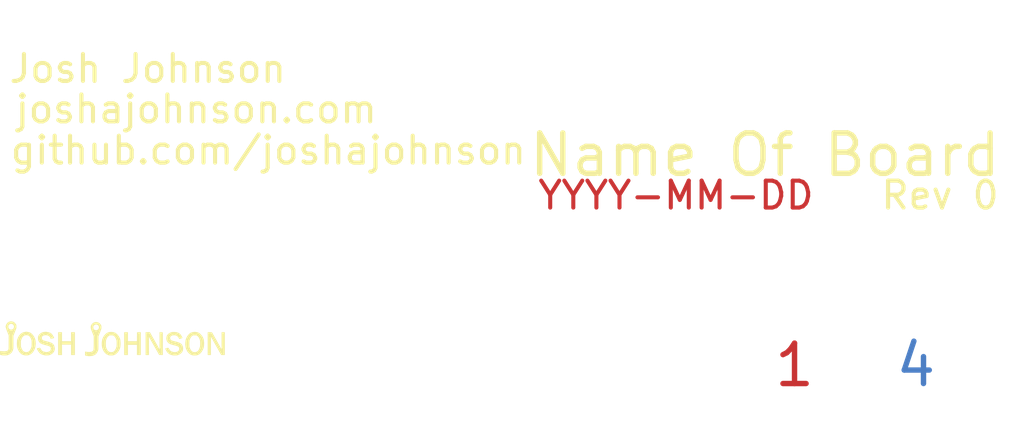
<source format=kicad_pcb>
(kicad_pcb (version 20171130) (host pcbnew 5.1.5-52549c5~84~ubuntu19.10.1)

  (general
    (thickness 1.6)
    (drawings 0)
    (tracks 0)
    (zones 0)
    (modules 5)
    (nets 1)
  )

  (page A4)
  (title_block
    (title DESIGN_TITLE)
    (rev VER_NO)
    (company "Josh Johnson")
  )

  (layers
    (0 F.Cu signal)
    (31 B.Cu signal)
    (32 B.Adhes user)
    (33 F.Adhes user)
    (34 B.Paste user)
    (35 F.Paste user)
    (36 B.SilkS user)
    (37 F.SilkS user)
    (38 B.Mask user)
    (39 F.Mask user)
    (40 Dwgs.User user)
    (41 Cmts.User user)
    (42 Eco1.User user)
    (43 Eco2.User user)
    (44 Edge.Cuts user)
    (45 Margin user)
    (46 B.CrtYd user)
    (47 F.CrtYd user)
    (48 B.Fab user)
    (49 F.Fab user)
  )

  (setup
    (last_trace_width 0.25)
    (user_trace_width 0.2)
    (user_trace_width 0.3)
    (user_trace_width 0.4)
    (trace_clearance 0.2)
    (zone_clearance 0.508)
    (zone_45_only no)
    (trace_min 0.15)
    (via_size 0.5)
    (via_drill 0.25)
    (via_min_size 0.5)
    (via_min_drill 0.25)
    (user_via 0.6 0.3)
    (uvia_size 0.3)
    (uvia_drill 0.1)
    (uvias_allowed no)
    (uvia_min_size 0.2)
    (uvia_min_drill 0.1)
    (edge_width 0.1)
    (segment_width 0.2)
    (pcb_text_width 0.3)
    (pcb_text_size 1.5 1.5)
    (mod_edge_width 0.15)
    (mod_text_size 1 1)
    (mod_text_width 0.15)
    (pad_size 1.524 1.524)
    (pad_drill 0.762)
    (pad_to_mask_clearance 0)
    (aux_axis_origin 0 0)
    (visible_elements 7FFFFFFF)
    (pcbplotparams
      (layerselection 0x010fc_ffffffff)
      (usegerberextensions false)
      (usegerberattributes false)
      (usegerberadvancedattributes false)
      (creategerberjobfile false)
      (excludeedgelayer true)
      (linewidth 0.100000)
      (plotframeref false)
      (viasonmask false)
      (mode 1)
      (useauxorigin false)
      (hpglpennumber 1)
      (hpglpenspeed 20)
      (hpglpendiameter 15.000000)
      (psnegative false)
      (psa4output false)
      (plotreference true)
      (plotvalue true)
      (plotinvisibletext false)
      (padsonsilk false)
      (subtractmaskfromsilk false)
      (outputformat 1)
      (mirror false)
      (drillshape 1)
      (scaleselection 1)
      (outputdirectory ""))
  )

  (net 0 "")

  (net_class Default "This is the default net class."
    (clearance 0.2)
    (trace_width 0.25)
    (via_dia 0.5)
    (via_drill 0.25)
    (uvia_dia 0.3)
    (uvia_drill 0.1)
  )

  (module josh-logos:4-layer-check (layer F.Cu) (tedit 5C2839ED) (tstamp 5E204DA3)
    (at 170.9 194.9)
    (path /5E2051A0)
    (fp_text reference LOGO5 (at 0 -2.4) (layer F.Fab)
      (effects (font (size 1 1) (thickness 0.15)))
    )
    (fp_text value 4-Layer-Check (at 0 2.1) (layer F.Fab)
      (effects (font (size 1 1) (thickness 0.15)))
    )
    (fp_poly (pts (xy -3.25 -1.25) (xy 2.75 -1.25) (xy 2.75 1) (xy -3.25 1)) (layer B.Mask) (width 0.15))
    (fp_poly (pts (xy -3.25 -1.25) (xy 2.75 -1.25) (xy 2.75 1) (xy -3.25 1)) (layer F.Mask) (width 0.15))
    (fp_text user 4 (at 2 0) (layer B.Cu)
      (effects (font (size 1.5 1.5) (thickness 0.2)))
    )
    (fp_text user 3 (at 0.5 0) (layer In2.Cu)
      (effects (font (size 1.5 1.5) (thickness 0.2)))
    )
    (fp_text user 2 (at -1 0) (layer In1.Cu)
      (effects (font (size 1.5 1.5) (thickness 0.2)))
    )
    (fp_text user 1 (at -2.5 0) (layer F.Cu)
      (effects (font (size 1.5 1.5) (thickness 0.2)))
    )
  )

  (module josh-logos:josh-johnson-logo-8_6x1_5 (layer F.Cu) (tedit 0) (tstamp 5E204FDB)
    (at 143.1 193.9)
    (path /5E2057DD)
    (fp_text reference LOGO4 (at -0.1 -2.4) (layer F.SilkS) hide
      (effects (font (size 1.524 1.524) (thickness 0.3)))
    )
    (fp_text value Josh-Logo (at 0 2.4) (layer F.SilkS) hide
      (effects (font (size 1.524 1.524) (thickness 0.3)))
    )
    (fp_poly (pts (xy 3.605212 -0.214515) (xy 3.679825 -0.212725) (xy 3.862387 0.110848) (xy 4.04495 0.434421)
      (xy 4.04495 -0.2159) (xy 4.1529 -0.2159) (xy 4.1529 0.6223) (xy 4.090987 0.622025)
      (xy 4.029075 0.621751) (xy 3.641725 -0.065895) (xy 3.640082 0.278202) (xy 3.63844 0.6223)
      (xy 3.5306 0.6223) (xy 3.5306 -0.216304) (xy 3.605212 -0.214515)) (layer F.SilkS) (width 0.01))
    (fp_poly (pts (xy 1.795295 -0.214563) (xy 1.851025 -0.212725) (xy 1.854291 0.622745) (xy 1.790377 0.620935)
      (xy 1.726464 0.619125) (xy 1.535891 0.282575) (xy 1.501847 0.222455) (xy 1.469611 0.165533)
      (xy 1.439736 0.112784) (xy 1.412775 0.065184) (xy 1.389282 0.02371) (xy 1.369808 -0.010661)
      (xy 1.354908 -0.036954) (xy 1.345133 -0.054193) (xy 1.341039 -0.0614) (xy 1.340997 -0.061473)
      (xy 1.340221 -0.05675) (xy 1.339559 -0.040446) (xy 1.339019 -0.01368) (xy 1.338609 0.022427)
      (xy 1.338336 0.066757) (xy 1.338209 0.118191) (xy 1.338235 0.17561) (xy 1.338422 0.237894)
      (xy 1.338612 0.276664) (xy 1.34055 0.6223) (xy 1.22555 0.6223) (xy 1.22555 -0.2159)
      (xy 1.375485 -0.2159) (xy 1.516099 0.033337) (xy 1.547052 0.088208) (xy 1.577668 0.142498)
      (xy 1.607044 0.194602) (xy 1.634275 0.242913) (xy 1.658455 0.285827) (xy 1.678681 0.32174)
      (xy 1.694047 0.349045) (xy 1.699894 0.359447) (xy 1.743075 0.436319) (xy 1.74132 0.109959)
      (xy 1.739565 -0.2164) (xy 1.795295 -0.214563)) (layer F.SilkS) (width 0.01))
    (fp_poly (pts (xy 1.03505 0.6223) (xy 0.9017 0.6223) (xy 0.9017 0.2413) (xy 0.5588 0.2413)
      (xy 0.5588 0.6223) (xy 0.4318 0.6223) (xy 0.4318 -0.2159) (xy 0.5588 -0.2159)
      (xy 0.5588 0.12065) (xy 0.901489 0.12065) (xy 0.903182 -0.046038) (xy 0.904875 -0.212725)
      (xy 0.969962 -0.214535) (xy 1.03505 -0.216345) (xy 1.03505 0.6223)) (layer F.SilkS) (width 0.01))
    (fp_poly (pts (xy -1.88595 0.12065) (xy -1.54305 0.12065) (xy -1.54305 -0.2159) (xy -1.4097 -0.2159)
      (xy -1.4097 0.6223) (xy -1.54305 0.6223) (xy -1.54305 0.23495) (xy -1.88595 0.23495)
      (xy -1.88595 0.6223) (xy -2.0193 0.6223) (xy -2.0193 -0.2159) (xy -1.88595 -0.2159)
      (xy -1.88595 0.12065)) (layer F.SilkS) (width 0.01))
    (fp_poly (pts (xy 3.076723 -0.226373) (xy 3.111997 -0.220532) (xy 3.14715 -0.211973) (xy 3.178116 -0.201699)
      (xy 3.20083 -0.190715) (xy 3.202365 -0.189703) (xy 3.240179 -0.159279) (xy 3.277586 -0.121009)
      (xy 3.310662 -0.079249) (xy 3.331006 -0.046917) (xy 3.352844 -0.002803) (xy 3.368513 0.039871)
      (xy 3.378808 0.084552) (xy 3.384522 0.134684) (xy 3.38645 0.193675) (xy 3.385483 0.250011)
      (xy 3.381506 0.29737) (xy 3.373773 0.339272) (xy 3.361541 0.379234) (xy 3.344064 0.420777)
      (xy 3.333991 0.441522) (xy 3.3019 0.496269) (xy 3.264816 0.543471) (xy 3.224281 0.581457)
      (xy 3.181834 0.608557) (xy 3.178175 0.610311) (xy 3.138298 0.625101) (xy 3.094011 0.635272)
      (xy 3.049882 0.640129) (xy 3.010483 0.638976) (xy 3.000375 0.637375) (xy 2.959391 0.628933)
      (xy 2.928026 0.621103) (xy 2.903357 0.612505) (xy 2.882458 0.601757) (xy 2.862406 0.587477)
      (xy 2.840278 0.568284) (xy 2.826015 0.554994) (xy 2.803342 0.532338) (xy 2.785596 0.510904)
      (xy 2.769812 0.48656) (xy 2.753025 0.455172) (xy 2.749829 0.44878) (xy 2.728221 0.400458)
      (xy 2.713014 0.353992) (xy 2.703393 0.305597) (xy 2.69854 0.251492) (xy 2.69754 0.206375)
      (xy 2.835534 0.206375) (xy 2.836172 0.254843) (xy 2.838745 0.29398) (xy 2.843959 0.327093)
      (xy 2.852519 0.357491) (xy 2.865128 0.388482) (xy 2.881251 0.421011) (xy 2.909809 0.464396)
      (xy 2.94389 0.496483) (xy 2.983015 0.517061) (xy 3.026706 0.525919) (xy 3.074484 0.522848)
      (xy 3.099234 0.516927) (xy 3.136903 0.499312) (xy 3.170208 0.470085) (xy 3.198721 0.429709)
      (xy 3.218446 0.388051) (xy 3.232461 0.349077) (xy 3.242025 0.312955) (xy 3.247847 0.275532)
      (xy 3.250635 0.232656) (xy 3.251163 0.196428) (xy 3.249716 0.143247) (xy 3.244869 0.098859)
      (xy 3.235956 0.059654) (xy 3.222313 0.022022) (xy 3.216748 0.009525) (xy 3.196525 -0.029199)
      (xy 3.175456 -0.058316) (xy 3.151072 -0.080816) (xy 3.131468 -0.093788) (xy 3.115549 -0.102316)
      (xy 3.100729 -0.107496) (xy 3.082979 -0.110132) (xy 3.058267 -0.111029) (xy 3.044825 -0.11108)
      (xy 3.014107 -0.11042) (xy 2.992191 -0.10807) (xy 2.975224 -0.103389) (xy 2.962275 -0.097349)
      (xy 2.927198 -0.072135) (xy 2.897308 -0.036689) (xy 2.877749 -0.002844) (xy 2.861947 0.03099)
      (xy 2.850543 0.061608) (xy 2.842869 0.092325) (xy 2.838256 0.126452) (xy 2.836036 0.167301)
      (xy 2.835534 0.206375) (xy 2.69754 0.206375) (xy 2.699625 0.143491) (xy 2.706583 0.08884)
      (xy 2.719221 0.038624) (xy 2.738346 -0.010957) (xy 2.748136 -0.03175) (xy 2.777564 -0.082015)
      (xy 2.813474 -0.127948) (xy 2.853323 -0.166667) (xy 2.890116 -0.192766) (xy 2.922473 -0.207235)
      (xy 2.96288 -0.218698) (xy 3.006841 -0.22612) (xy 3.045396 -0.22849) (xy 3.076723 -0.226373)) (layer F.SilkS) (width 0.01))
    (fp_poly (pts (xy 2.300787 -0.226392) (xy 2.359555 -0.218333) (xy 2.412868 -0.202909) (xy 2.458782 -0.180691)
      (xy 2.495354 -0.152251) (xy 2.496949 -0.150628) (xy 2.511496 -0.133446) (xy 2.528136 -0.11048)
      (xy 2.545061 -0.08467) (xy 2.560462 -0.058951) (xy 2.57253 -0.036264) (xy 2.579456 -0.019545)
      (xy 2.580388 -0.015109) (xy 2.577518 -0.00889) (xy 2.566664 -0.002545) (xy 2.546114 0.004743)
      (xy 2.5273 0.010219) (xy 2.502754 0.016933) (xy 2.483118 0.022115) (xy 2.471408 0.024979)
      (xy 2.469567 0.025301) (xy 2.465625 0.019898) (xy 2.460188 0.006211) (xy 2.458081 -0.000395)
      (xy 2.442948 -0.031284) (xy 2.417713 -0.060566) (xy 2.384936 -0.085596) (xy 2.365375 -0.096237)
      (xy 2.324685 -0.110037) (xy 2.281499 -0.115208) (xy 2.238612 -0.112152) (xy 2.198817 -0.101269)
      (xy 2.164908 -0.08296) (xy 2.145048 -0.064628) (xy 2.128173 -0.03549) (xy 2.123377 -0.003481)
      (xy 2.13088 0.029729) (xy 2.132251 0.03291) (xy 2.14032 0.049386) (xy 2.149184 0.06286)
      (xy 2.160419 0.074107) (xy 2.175601 0.083906) (xy 2.196306 0.093033) (xy 2.224112 0.102264)
      (xy 2.260594 0.112378) (xy 2.30733 0.124149) (xy 2.327275 0.129017) (xy 2.392274 0.146219)
      (xy 2.445764 0.163673) (xy 2.48893 0.182007) (xy 2.522956 0.201848) (xy 2.549029 0.223822)
      (xy 2.568332 0.248555) (xy 2.574675 0.259858) (xy 2.597155 0.31615) (xy 2.607445 0.371169)
      (xy 2.605863 0.423926) (xy 2.592727 0.473431) (xy 2.568356 0.518697) (xy 2.533067 0.558732)
      (xy 2.487178 0.592549) (xy 2.463658 0.605228) (xy 2.407779 0.627068) (xy 2.35028 0.638328)
      (xy 2.288923 0.639267) (xy 2.231137 0.631975) (xy 2.177524 0.620194) (xy 2.13386 0.605572)
      (xy 2.097486 0.586814) (xy 2.065743 0.562619) (xy 2.043659 0.540437) (xy 2.027077 0.520159)
      (xy 2.009801 0.495763) (xy 1.993034 0.469415) (xy 1.977978 0.443281) (xy 1.965836 0.419528)
      (xy 1.957812 0.400322) (xy 1.955108 0.387829) (xy 1.95694 0.384268) (xy 1.969917 0.380479)
      (xy 1.990026 0.375515) (xy 2.013099 0.370296) (xy 2.034966 0.36574) (xy 2.05146 0.362767)
      (xy 2.0574 0.362119) (xy 2.065042 0.367312) (xy 2.075957 0.380951) (xy 2.087795 0.400095)
      (xy 2.087905 0.400294) (xy 2.111736 0.439499) (xy 2.135706 0.468451) (xy 2.162758 0.489284)
      (xy 2.195834 0.504132) (xy 2.237876 0.515129) (xy 2.249335 0.517378) (xy 2.305891 0.523388)
      (xy 2.356387 0.519267) (xy 2.400124 0.505153) (xy 2.436399 0.481185) (xy 2.437415 0.480269)
      (xy 2.457978 0.454809) (xy 2.469113 0.423429) (xy 2.47184 0.393531) (xy 2.470029 0.367467)
      (xy 2.463266 0.345517) (xy 2.45036 0.32682) (xy 2.430119 0.310516) (xy 2.401354 0.295744)
      (xy 2.362873 0.281643) (xy 2.313485 0.267355) (xy 2.288114 0.260817) (xy 2.233174 0.24668)
      (xy 2.188916 0.234313) (xy 2.153572 0.222985) (xy 2.125373 0.211965) (xy 2.10255 0.200522)
      (xy 2.083335 0.187925) (xy 2.065959 0.173443) (xy 2.057744 0.165599) (xy 2.026229 0.128218)
      (xy 2.005908 0.088336) (xy 1.995671 0.043252) (xy 1.9939 0.010112) (xy 1.998466 -0.042839)
      (xy 2.012601 -0.088498) (xy 2.036959 -0.127865) (xy 2.072196 -0.16194) (xy 2.118966 -0.191723)
      (xy 2.129623 -0.197184) (xy 2.157681 -0.210348) (xy 2.18041 -0.218551) (xy 2.203411 -0.223299)
      (xy 2.232283 -0.226103) (xy 2.238509 -0.226516) (xy 2.300787 -0.226392)) (layer F.SilkS) (width 0.01))
    (fp_poly (pts (xy -0.003004 -0.223476) (xy 0.049677 -0.211797) (xy 0.096495 -0.192385) (xy 0.0966 -0.192327)
      (xy 0.123353 -0.173925) (xy 0.153095 -0.147215) (xy 0.183059 -0.115208) (xy 0.210476 -0.080917)
      (xy 0.232577 -0.047351) (xy 0.236628 -0.040029) (xy 0.257301 0.003735) (xy 0.271996 0.047136)
      (xy 0.281443 0.093522) (xy 0.286373 0.146245) (xy 0.28755 0.193675) (xy 0.286449 0.250306)
      (xy 0.282287 0.298024) (xy 0.27433 0.340401) (xy 0.261842 0.381009) (xy 0.244088 0.423421)
      (xy 0.237348 0.437599) (xy 0.217313 0.475384) (xy 0.196405 0.506513) (xy 0.170684 0.536656)
      (xy 0.16261 0.545146) (xy 0.127556 0.578278) (xy 0.094366 0.602092) (xy 0.05933 0.618681)
      (xy 0.01874 0.630141) (xy 0.008335 0.632251) (xy -0.026477 0.63802) (xy -0.055735 0.640248)
      (xy -0.084857 0.638929) (xy -0.119261 0.634056) (xy -0.130369 0.632092) (xy -0.169909 0.622529)
      (xy -0.203916 0.6083) (xy -0.236184 0.587345) (xy -0.270507 0.557605) (xy -0.274328 0.553944)
      (xy -0.297588 0.52985) (xy -0.316399 0.50587) (xy -0.333811 0.477706) (xy -0.349164 0.44852)
      (xy -0.369805 0.403666) (xy -0.384557 0.361721) (xy -0.394214 0.319002) (xy -0.399573 0.271822)
      (xy -0.401431 0.216497) (xy -0.401456 0.206375) (xy -0.263363 0.206375) (xy -0.262636 0.254972)
      (xy -0.259983 0.294231) (xy -0.254699 0.327453) (xy -0.246081 0.35794) (xy -0.233423 0.388995)
      (xy -0.217549 0.421011) (xy -0.188991 0.464396) (xy -0.15491 0.496483) (xy -0.115785 0.517061)
      (xy -0.072094 0.525919) (xy -0.024316 0.522848) (xy 0.000434 0.516927) (xy 0.036886 0.499737)
      (xy 0.0697 0.471114) (xy 0.098253 0.431959) (xy 0.121924 0.383177) (xy 0.140089 0.325671)
      (xy 0.143995 0.308644) (xy 0.14883 0.275424) (xy 0.151321 0.235024) (xy 0.151591 0.190874)
      (xy 0.149761 0.146408) (xy 0.145953 0.105056) (xy 0.14029 0.070251) (xy 0.134805 0.050246)
      (xy 0.113417 -0.000965) (xy 0.089669 -0.041166) (xy 0.062404 -0.071987) (xy 0.032737 -0.093747)
      (xy 0.016794 -0.102293) (xy 0.001976 -0.107485) (xy -0.015752 -0.110128) (xy -0.040421 -0.111028)
      (xy -0.053975 -0.11108) (xy -0.084693 -0.11042) (xy -0.106609 -0.10807) (xy -0.123576 -0.103389)
      (xy -0.136525 -0.097349) (xy -0.172983 -0.071081) (xy -0.203462 -0.034482) (xy -0.221726 -0.002108)
      (xy -0.237381 0.032149) (xy -0.248646 0.062554) (xy -0.256199 0.092494) (xy -0.260717 0.125361)
      (xy -0.262876 0.164544) (xy -0.263363 0.206375) (xy -0.401456 0.206375) (xy -0.399796 0.147756)
      (xy -0.394421 0.097793) (xy -0.384545 0.052786) (xy -0.36938 0.009032) (xy -0.350849 -0.03175)
      (xy -0.321412 -0.08183) (xy -0.285579 -0.12764) (xy -0.245898 -0.166294) (xy -0.208684 -0.192766)
      (xy -0.164389 -0.212066) (xy -0.113221 -0.223615) (xy -0.058365 -0.227416) (xy -0.003004 -0.223476)) (layer F.SilkS) (width 0.01))
    (fp_poly (pts (xy -2.448047 -0.228144) (xy -2.430303 -0.225497) (xy -2.377349 -0.214237) (xy -2.334623 -0.200087)
      (xy -2.299747 -0.181699) (xy -2.270341 -0.157723) (xy -2.244029 -0.126813) (xy -2.235904 -0.115281)
      (xy -2.22235 -0.094193) (xy -2.208553 -0.070924) (xy -2.195942 -0.04814) (xy -2.185947 -0.028509)
      (xy -2.179999 -0.014699) (xy -2.179211 -0.009511) (xy -2.18581 -0.007117) (xy -2.2019 -0.002257)
      (xy -2.224703 0.004247) (xy -2.239954 0.00846) (xy -2.298683 0.024506) (xy -2.302618 0.00749)
      (xy -2.317762 -0.031122) (xy -2.34316 -0.06375) (xy -2.377405 -0.089438) (xy -2.419089 -0.10723)
      (xy -2.466803 -0.116171) (xy -2.486025 -0.117046) (xy -2.533397 -0.113215) (xy -2.573339 -0.101264)
      (xy -2.604867 -0.081794) (xy -2.626998 -0.055404) (xy -2.638509 -0.024012) (xy -2.638417 0.007622)
      (xy -2.627684 0.039813) (xy -2.612292 0.063213) (xy -2.603903 0.071732) (xy -2.593097 0.079298)
      (xy -2.578196 0.086522) (xy -2.557523 0.094017) (xy -2.529399 0.102393) (xy -2.492147 0.112263)
      (xy -2.446404 0.12367) (xy -2.380527 0.140962) (xy -2.326042 0.15816) (xy -2.281683 0.176202)
      (xy -2.246184 0.196028) (xy -2.21828 0.218575) (xy -2.196705 0.244782) (xy -2.180192 0.275589)
      (xy -2.167476 0.311934) (xy -2.161577 0.334905) (xy -2.155118 0.388585) (xy -2.160771 0.439774)
      (xy -2.178044 0.487512) (xy -2.20644 0.530837) (xy -2.245465 0.568787) (xy -2.294625 0.600401)
      (xy -2.299404 0.60284) (xy -2.321788 0.613531) (xy -2.341511 0.621291) (xy -2.361848 0.626895)
      (xy -2.386075 0.631119) (xy -2.417467 0.634739) (xy -2.44475 0.637267) (xy -2.461659 0.637186)
      (xy -2.486277 0.635195) (xy -2.513827 0.631706) (xy -2.519253 0.630867) (xy -2.580149 0.618455)
      (xy -2.630472 0.602054) (xy -2.671931 0.580897) (xy -2.706239 0.554218) (xy -2.718627 0.541513)
      (xy -2.736409 0.51909) (xy -2.756653 0.489357) (xy -2.77669 0.456624) (xy -2.793847 0.425196)
      (xy -2.803154 0.405226) (xy -2.812875 0.381827) (xy -2.76375 0.371349) (xy -2.739272 0.366239)
      (xy -2.718981 0.362205) (xy -2.706613 0.359985) (xy -2.705417 0.359823) (xy -2.69786 0.364637)
      (xy -2.686634 0.37882) (xy -2.67341 0.400219) (xy -2.671799 0.403115) (xy -2.650052 0.439286)
      (xy -2.628814 0.465673) (xy -2.604953 0.484661) (xy -2.575339 0.498634) (xy -2.536841 0.509976)
      (xy -2.529023 0.511853) (xy -2.478233 0.519647) (xy -2.430282 0.51913) (xy -2.386957 0.510762)
      (xy -2.350046 0.495002) (xy -2.321338 0.472312) (xy -2.308517 0.455095) (xy -2.296054 0.424842)
      (xy -2.2913 0.392323) (xy -2.294258 0.361362) (xy -2.304928 0.335783) (xy -2.308494 0.331039)
      (xy -2.320849 0.317908) (xy -2.334978 0.306693) (xy -2.352692 0.296621) (xy -2.375797 0.286923)
      (xy -2.406103 0.276828) (xy -2.445418 0.265566) (xy -2.489411 0.253945) (xy -2.529553 0.243241)
      (xy -2.567805 0.23241) (xy -2.601562 0.222238) (xy -2.628215 0.213512) (xy -2.645158 0.207016)
      (xy -2.645235 0.206981) (xy -2.688004 0.180731) (xy -2.722771 0.145668) (xy -2.748687 0.103472)
      (xy -2.764901 0.055827) (xy -2.770561 0.004413) (xy -2.767509 -0.034731) (xy -2.759768 -0.0705)
      (xy -2.747763 -0.099523) (xy -2.728989 -0.126838) (xy -2.712268 -0.145744) (xy -2.671587 -0.180021)
      (xy -2.622846 -0.20596) (xy -2.568024 -0.222999) (xy -2.509098 -0.230581) (xy -2.448047 -0.228144)) (layer F.SilkS) (width 0.01))
    (fp_poly (pts (xy -3.180566 -0.230517) (xy -3.162336 -0.228094) (xy -3.118043 -0.219771) (xy -3.082371 -0.208577)
      (xy -3.051275 -0.192554) (xy -3.020708 -0.169747) (xy -2.996711 -0.147982) (xy -2.948463 -0.093671)
      (xy -2.911162 -0.033257) (xy -2.884644 0.033612) (xy -2.868748 0.10729) (xy -2.86551 0.136525)
      (xy -2.86279 0.216336) (xy -2.869152 0.289425) (xy -2.885051 0.35839) (xy -2.91094 0.425829)
      (xy -2.919146 0.442994) (xy -2.953475 0.50125) (xy -2.993407 0.549544) (xy -3.038217 0.587259)
      (xy -3.087176 0.61378) (xy -3.137572 0.628164) (xy -3.171826 0.633557) (xy -3.197721 0.636463)
      (xy -3.219312 0.637084) (xy -3.240654 0.63562) (xy -3.254128 0.633949) (xy -3.313194 0.621302)
      (xy -3.364666 0.600104) (xy -3.409593 0.569526) (xy -3.449026 0.528742) (xy -3.484014 0.476926)
      (xy -3.505324 0.435979) (xy -3.522655 0.397273) (xy -3.535269 0.363024) (xy -3.543862 0.329799)
      (xy -3.549131 0.294161) (xy -3.55177 0.252676) (xy -3.552477 0.2032) (xy -3.552393 0.197384)
      (xy -3.415533 0.197384) (xy -3.414821 0.2286) (xy -3.413476 0.265938) (xy -3.411757 0.293795)
      (xy -3.409146 0.315387) (xy -3.405126 0.333931) (xy -3.39918 0.352644) (xy -3.391696 0.372438)
      (xy -3.370373 0.418476) (xy -3.345762 0.457262) (xy -3.319406 0.486515) (xy -3.309099 0.494766)
      (xy -3.27451 0.512292) (xy -3.233834 0.521551) (xy -3.190867 0.522256) (xy -3.149404 0.514115)
      (xy -3.133725 0.508155) (xy -3.100407 0.486636) (xy -3.070254 0.453418) (xy -3.043918 0.409251)
      (xy -3.039567 0.40005) (xy -3.024338 0.364018) (xy -3.013554 0.331023) (xy -3.006529 0.297449)
      (xy -3.002572 0.259677) (xy -3.000995 0.214092) (xy -3.000881 0.19685) (xy -3.001639 0.148149)
      (xy -3.00458 0.10866) (xy -3.010405 0.074983) (xy -3.019819 0.043715) (xy -3.033523 0.011456)
      (xy -3.043245 -0.008138) (xy -3.0696 -0.051161) (xy -3.099092 -0.08254) (xy -3.133258 -0.10323)
      (xy -3.173638 -0.114186) (xy -3.217798 -0.116486) (xy -3.262819 -0.109751) (xy -3.302351 -0.09183)
      (xy -3.33659 -0.062564) (xy -3.365735 -0.021796) (xy -3.384373 0.016431) (xy -3.397333 0.05041)
      (xy -3.40647 0.082297) (xy -3.412244 0.11529) (xy -3.415111 0.152586) (xy -3.415533 0.197384)
      (xy -3.552393 0.197384) (xy -3.551743 0.152622) (xy -3.549073 0.111301) (xy -3.543763 0.075853)
      (xy -3.535112 0.042894) (xy -3.522416 0.009042) (xy -3.504972 -0.029088) (xy -3.503679 -0.03175)
      (xy -3.485907 -0.066335) (xy -3.469513 -0.093108) (xy -3.451628 -0.116226) (xy -3.429378 -0.139845)
      (xy -3.428191 -0.141024) (xy -3.392123 -0.173415) (xy -3.357353 -0.196555) (xy -3.319672 -0.212635)
      (xy -3.274868 -0.223845) (xy -3.265908 -0.225483) (xy -3.233102 -0.230417) (xy -3.20662 -0.232045)
      (xy -3.180566 -0.230517)) (layer F.SilkS) (width 0.01))
    (fp_poly (pts (xy -3.707103 -0.609707) (xy -3.69276 -0.604009) (xy -3.656894 -0.582425) (xy -3.624022 -0.552126)
      (xy -3.59829 -0.517045) (xy -3.595284 -0.511578) (xy -3.586587 -0.493125) (xy -3.581502 -0.475852)
      (xy -3.579146 -0.455193) (xy -3.578638 -0.426584) (xy -3.578642 -0.42545) (xy -3.578872 -0.407959)
      (xy -3.579767 -0.392795) (xy -3.581889 -0.377992) (xy -3.585803 -0.361582) (xy -3.59207 -0.341597)
      (xy -3.601256 -0.316071) (xy -3.613921 -0.283037) (xy -3.630631 -0.240526) (xy -3.634088 -0.231775)
      (xy -3.689296 -0.092075) (xy -3.689433 0.136525) (xy -3.689614 0.203669) (xy -3.690095 0.259312)
      (xy -3.690917 0.304646) (xy -3.692119 0.340868) (xy -3.693741 0.369173) (xy -3.695824 0.390754)
      (xy -3.698407 0.406807) (xy -3.698513 0.407314) (xy -3.716869 0.466385) (xy -3.744976 0.517779)
      (xy -3.782263 0.560854) (xy -3.828158 0.594967) (xy -3.88209 0.619478) (xy -3.889755 0.621955)
      (xy -3.915947 0.62804) (xy -3.949823 0.633137) (xy -3.986996 0.636862) (xy -4.023081 0.638833)
      (xy -4.053689 0.638667) (xy -4.067175 0.637444) (xy -4.082967 0.634735) (xy -4.106183 0.630259)
      (xy -4.131845 0.624977) (xy -4.132263 0.624888) (xy -4.1783 0.615083) (xy -4.1783 0.480831)
      (xy -4.144963 0.485017) (xy -4.077587 0.49183) (xy -4.021082 0.493777) (xy -3.974511 0.490667)
      (xy -3.936936 0.482309) (xy -3.90742 0.468511) (xy -3.885026 0.449082) (xy -3.871547 0.429242)
      (xy -3.868035 0.422305) (xy -3.865156 0.415034) (xy -3.862834 0.406133) (xy -3.860996 0.394307)
      (xy -3.859567 0.378259) (xy -3.85847 0.356694) (xy -3.857633 0.328316) (xy -3.85698 0.291829)
      (xy -3.856436 0.245939) (xy -3.855926 0.189349) (xy -3.855637 0.153646) (xy -3.853648 -0.095933)
      (xy -3.904878 -0.228025) (xy -3.925034 -0.280544) (xy -3.940693 -0.323027) (xy -3.952238 -0.357159)
      (xy -3.960057 -0.38463) (xy -3.964532 -0.407124) (xy -3.96605 -0.426331) (xy -3.964995 -0.443936)
      (xy -3.964634 -0.445908) (xy -3.879907 -0.445908) (xy -3.879889 -0.414086) (xy -3.872118 -0.382589)
      (xy -3.857608 -0.354827) (xy -3.837377 -0.334211) (xy -3.82768 -0.328623) (xy -3.799433 -0.317022)
      (xy -3.777116 -0.31205) (xy -3.756083 -0.313305) (xy -3.731793 -0.32035) (xy -3.702855 -0.334652)
      (xy -3.682165 -0.355401) (xy -3.669543 -0.377825) (xy -3.659403 -0.41356) (xy -3.660839 -0.448428)
      (xy -3.672792 -0.480301) (xy -3.6942 -0.507048) (xy -3.724003 -0.526537) (xy -3.747429 -0.534316)
      (xy -3.781735 -0.535883) (xy -3.815296 -0.526454) (xy -3.845031 -0.507513) (xy -3.867856 -0.480549)
      (xy -3.871157 -0.474643) (xy -3.879907 -0.445908) (xy -3.964634 -0.445908) (xy -3.961752 -0.461626)
      (xy -3.959907 -0.469188) (xy -3.942211 -0.515322) (xy -3.915596 -0.554173) (xy -3.88173 -0.584897)
      (xy -3.84228 -0.606655) (xy -3.798914 -0.618603) (xy -3.753299 -0.619901) (xy -3.707103 -0.609707)) (layer F.SilkS) (width 0.01))
    (fp_poly (pts (xy -0.565488 -0.587697) (xy -0.520797 -0.5706) (xy -0.482598 -0.542751) (xy -0.45161 -0.504601)
      (xy -0.439927 -0.48362) (xy -0.43003 -0.460949) (xy -0.42471 -0.440308) (xy -0.422763 -0.415867)
      (xy -0.422681 -0.40005) (xy -0.423095 -0.384081) (xy -0.424426 -0.369333) (xy -0.427242 -0.353869)
      (xy -0.432112 -0.335756) (xy -0.439606 -0.313059) (xy -0.450293 -0.283843) (xy -0.464742 -0.246173)
      (xy -0.477796 -0.212725) (xy -0.532505 -0.073025) (xy -0.535131 0.174625) (xy -0.535873 0.238909)
      (xy -0.536649 0.291825) (xy -0.537525 0.334702) (xy -0.538566 0.368873) (xy -0.539836 0.395669)
      (xy -0.541403 0.416419) (xy -0.543329 0.432456) (xy -0.545682 0.44511) (xy -0.548526 0.455713)
      (xy -0.548995 0.457194) (xy -0.559367 0.48257) (xy -0.574816 0.512333) (xy -0.592945 0.542512)
      (xy -0.611355 0.569136) (xy -0.62765 0.588233) (xy -0.628735 0.589266) (xy -0.646645 0.602602)
      (xy -0.672374 0.617744) (xy -0.701671 0.632557) (xy -0.730281 0.644908) (xy -0.753952 0.652662)
      (xy -0.756 0.653128) (xy -0.783615 0.657545) (xy -0.818057 0.660964) (xy -0.854128 0.663056)
      (xy -0.88663 0.66349) (xy -0.904875 0.662593) (xy -0.924225 0.659993) (xy -0.950215 0.655522)
      (xy -0.976313 0.650336) (xy -1.02235 0.640483) (xy -1.02235 0.503289) (xy -0.992188 0.509298)
      (xy -0.973546 0.511813) (xy -0.946137 0.514024) (xy -0.913894 0.515666) (xy -0.885825 0.516416)
      (xy -0.839103 0.51576) (xy -0.802598 0.511853) (xy -0.774106 0.504079) (xy -0.751421 0.491823)
      (xy -0.732338 0.47447) (xy -0.731312 0.473313) (xy -0.723366 0.462959) (xy -0.71679 0.450831)
      (xy -0.711459 0.435702) (xy -0.707249 0.416342) (xy -0.704033 0.391523) (xy -0.701686 0.360016)
      (xy -0.700085 0.320593) (xy -0.699104 0.272026) (xy -0.698618 0.213085) (xy -0.6985 0.150775)
      (xy -0.6985 -0.068885) (xy -0.754063 -0.210655) (xy -0.771593 -0.255552) (xy -0.784987 -0.29057)
      (xy -0.794796 -0.317633) (xy -0.801576 -0.338664) (xy -0.805879 -0.355587) (xy -0.808258 -0.370326)
      (xy -0.809267 -0.384804) (xy -0.809394 -0.395497) (xy -0.727746 -0.395497) (xy -0.721686 -0.363888)
      (xy -0.70756 -0.335547) (xy -0.686697 -0.312194) (xy -0.660427 -0.295547) (xy -0.63008 -0.287325)
      (xy -0.596986 -0.289249) (xy -0.580799 -0.294171) (xy -0.547826 -0.31307) (xy -0.523702 -0.339609)
      (xy -0.509302 -0.371599) (xy -0.505499 -0.406852) (xy -0.513167 -0.44318) (xy -0.517373 -0.453005)
      (xy -0.536757 -0.480211) (xy -0.563164 -0.49901) (xy -0.593995 -0.509285) (xy -0.626653 -0.51092)
      (xy -0.65854 -0.503798) (xy -0.687059 -0.487804) (xy -0.709613 -0.46282) (xy -0.710347 -0.461643)
      (xy -0.72441 -0.428655) (xy -0.727746 -0.395497) (xy -0.809394 -0.395497) (xy -0.809459 -0.400945)
      (xy -0.809453 -0.403225) (xy -0.808441 -0.433334) (xy -0.80508 -0.455397) (xy -0.798517 -0.473981)
      (xy -0.794891 -0.481299) (xy -0.765657 -0.524308) (xy -0.728514 -0.55859) (xy -0.69952 -0.576074)
      (xy -0.676517 -0.586066) (xy -0.655339 -0.59145) (xy -0.630087 -0.59346) (xy -0.61595 -0.593594)
      (xy -0.565488 -0.587697)) (layer F.SilkS) (width 0.01))
  )

  (module josh-logos:board-title (layer F.Cu) (tedit 5E20315F) (tstamp 5E204E75)
    (at 166.8 184.6)
    (path /5E205A57)
    (fp_text reference LOGO3 (at 0 0.5) (layer F.Fab)
      (effects (font (size 1 1) (thickness 0.15)))
    )
    (fp_text value Board-Title (at 0 5.4) (layer F.Fab)
      (effects (font (size 1 1) (thickness 0.15)))
    )
    (fp_text user YYYY-MM-DD (at -2.8 4) (layer F.Cu)
      (effects (font (size 1 1) (thickness 0.15)))
    )
    (fp_text user "Rev 0" (at 7 4) (layer F.SilkS)
      (effects (font (size 1 1) (thickness 0.15)))
    )
    (fp_text user "Name Of Board" (at 0.5 2.5) (layer F.SilkS)
      (effects (font (size 1.5 1.5) (thickness 0.2)))
    )
  )

  (module josh-logos:OSHW_Logo_3.6x3.6_F.Mask (layer F.Cu) (tedit 0) (tstamp 5E204D83)
    (at 157.2 193.9)
    (path /5E2031A4)
    (fp_text reference LOGO2 (at -0.1 -2.7) (layer F.SilkS) hide
      (effects (font (size 1.524 1.524) (thickness 0.3)))
    )
    (fp_text value OSHW_FMask (at 0 2.6) (layer F.SilkS) hide
      (effects (font (size 1.524 1.524) (thickness 0.3)))
    )
    (fp_poly (pts (xy 0.046025 -1.386642) (xy 0.087086 -1.386332) (xy 0.123939 -1.385856) (xy 0.155448 -1.385237)
      (xy 0.180478 -1.384498) (xy 0.197893 -1.383663) (xy 0.206557 -1.382756) (xy 0.20721 -1.382529)
      (xy 0.209787 -1.376529) (xy 0.213922 -1.361213) (xy 0.219466 -1.337279) (xy 0.226268 -1.305427)
      (xy 0.234179 -1.266356) (xy 0.243047 -1.220763) (xy 0.250901 -1.17915) (xy 0.259151 -1.135399)
      (xy 0.267001 -1.094735) (xy 0.274225 -1.058252) (xy 0.280599 -1.027043) (xy 0.285898 -1.002202)
      (xy 0.289897 -0.984823) (xy 0.292372 -0.976) (xy 0.292802 -0.975166) (xy 0.299048 -0.971629)
      (xy 0.313151 -0.965084) (xy 0.333676 -0.956111) (xy 0.35919 -0.94529) (xy 0.388258 -0.9332)
      (xy 0.419446 -0.920422) (xy 0.45132 -0.907534) (xy 0.482447 -0.895118) (xy 0.511392 -0.883752)
      (xy 0.536721 -0.874017) (xy 0.556999 -0.866492) (xy 0.570794 -0.861758) (xy 0.576671 -0.860393)
      (xy 0.576678 -0.860395) (xy 0.581988 -0.863667) (xy 0.594724 -0.872072) (xy 0.613948 -0.884975)
      (xy 0.638724 -0.901743) (xy 0.668114 -0.92174) (xy 0.70118 -0.944331) (xy 0.736986 -0.968881)
      (xy 0.745656 -0.974838) (xy 0.782085 -0.999723) (xy 0.816148 -1.022694) (xy 0.846886 -1.043126)
      (xy 0.873339 -1.060394) (xy 0.894549 -1.073874) (xy 0.909556 -1.082941) (xy 0.917401 -1.086972)
      (xy 0.918086 -1.087121) (xy 0.923807 -1.083609) (xy 0.935602 -1.073708) (xy 0.95252 -1.058368)
      (xy 0.973609 -1.038542) (xy 0.997919 -1.01518) (xy 1.0245 -0.989233) (xy 1.0524 -0.961653)
      (xy 1.080669 -0.933391) (xy 1.108355 -0.905397) (xy 1.134508 -0.878624) (xy 1.158178 -0.854022)
      (xy 1.178412 -0.832542) (xy 1.194261 -0.815136) (xy 1.204774 -0.802754) (xy 1.208999 -0.796349)
      (xy 1.20904 -0.796062) (xy 1.206243 -0.789942) (xy 1.198279 -0.77647) (xy 1.185789 -0.756628)
      (xy 1.16941 -0.731402) (xy 1.149783 -0.701774) (xy 1.127547 -0.668731) (xy 1.103341 -0.633255)
      (xy 1.101788 -0.630995) (xy 1.077294 -0.595274) (xy 1.054499 -0.561861) (xy 1.03408 -0.531756)
      (xy 1.016708 -0.505962) (xy 1.00306 -0.485479) (xy 0.993807 -0.471308) (xy 0.989626 -0.46445)
      (xy 0.989568 -0.46433) (xy 0.988784 -0.459609) (xy 0.989912 -0.451769) (xy 0.993299 -0.439857)
      (xy 0.999292 -0.422916) (xy 1.008241 -0.399993) (xy 1.020491 -0.370133) (xy 1.03639 -0.332381)
      (xy 1.044749 -0.312748) (xy 1.061018 -0.275148) (xy 1.076011 -0.24149) (xy 1.089231 -0.212832)
      (xy 1.100175 -0.190228) (xy 1.108346 -0.174735) (xy 1.113243 -0.167408) (xy 1.11371 -0.167052)
      (xy 1.12056 -0.165072) (xy 1.136248 -0.161498) (xy 1.159616 -0.156566) (xy 1.189508 -0.150509)
      (xy 1.224767 -0.143561) (xy 1.264236 -0.135956) (xy 1.306757 -0.127929) (xy 1.311409 -0.12706)
      (xy 1.360146 -0.11782) (xy 1.403053 -0.109379) (xy 1.43939 -0.101898) (xy 1.468418 -0.095537)
      (xy 1.489397 -0.090456) (xy 1.501585 -0.086816) (xy 1.504451 -0.085286) (xy 1.505372 -0.078904)
      (xy 1.506225 -0.063497) (xy 1.506989 -0.040202) (xy 1.507638 -0.010153) (xy 1.508151 0.025514)
      (xy 1.508503 0.065663) (xy 1.508671 0.109159) (xy 1.508682 0.120027) (xy 1.508649 0.171548)
      (xy 1.508486 0.213801) (xy 1.508162 0.24768) (xy 1.507647 0.274077) (xy 1.506908 0.293884)
      (xy 1.505916 0.307996) (xy 1.504639 0.317303) (xy 1.503046 0.322699) (xy 1.501595 0.324741)
      (xy 1.495095 0.326999) (xy 1.479763 0.330799) (xy 1.456765 0.335898) (xy 1.427271 0.34205)
      (xy 1.39245 0.349013) (xy 1.35347 0.356543) (xy 1.312365 0.364236) (xy 1.26621 0.372897)
      (xy 1.224798 0.380981) (xy 1.189062 0.388286) (xy 1.159937 0.394611) (xy 1.138354 0.399758)
      (xy 1.125249 0.403525) (xy 1.121726 0.405133) (xy 1.117704 0.411585) (xy 1.110714 0.425987)
      (xy 1.101314 0.446948) (xy 1.090063 0.473082) (xy 1.077519 0.503) (xy 1.06424 0.535313)
      (xy 1.050785 0.568634) (xy 1.037712 0.601575) (xy 1.02558 0.632747) (xy 1.014946 0.660763)
      (xy 1.006369 0.684233) (xy 1.000408 0.701771) (xy 0.99762 0.711987) (xy 0.997556 0.713842)
      (xy 1.000901 0.719358) (xy 1.009348 0.732262) (xy 1.022236 0.751573) (xy 1.038906 0.776312)
      (xy 1.058697 0.805498) (xy 1.080948 0.838151) (xy 1.104512 0.872582) (xy 1.128487 0.907797)
      (xy 1.150526 0.940662) (xy 1.169982 0.970174) (xy 1.186209 0.995331) (xy 1.198558 1.01513)
      (xy 1.206383 1.028568) (xy 1.20904 1.034588) (xy 1.205537 1.040258) (xy 1.195662 1.052017)
      (xy 1.180363 1.068914) (xy 1.16059 1.089997) (xy 1.13729 1.114314) (xy 1.111414 1.140912)
      (xy 1.083908 1.168838) (xy 1.055723 1.197142) (xy 1.027807 1.22487) (xy 1.001109 1.251071)
      (xy 0.976578 1.274792) (xy 0.955162 1.295081) (xy 0.93781 1.310985) (xy 0.925471 1.321554)
      (xy 0.919094 1.325834) (xy 0.918792 1.32588) (xy 0.912917 1.323089) (xy 0.89969 1.315148)
      (xy 0.880102 1.302705) (xy 0.855147 1.286406) (xy 0.825814 1.2669) (xy 0.793098 1.244834)
      (xy 0.759274 1.22174) (xy 0.724192 1.197807) (xy 0.691493 1.175813) (xy 0.662179 1.156405)
      (xy 0.637247 1.140232) (xy 0.617696 1.127942) (xy 0.604527 1.120183) (xy 0.598812 1.1176)
      (xy 0.591386 1.11992) (xy 0.576894 1.126305) (xy 0.557157 1.13589) (xy 0.533991 1.14781)
      (xy 0.52335 1.153481) (xy 0.4978 1.166747) (xy 0.475514 1.177375) (xy 0.458172 1.184622)
      (xy 0.447456 1.187744) (xy 0.445823 1.187771) (xy 0.443235 1.186377) (xy 0.439874 1.182452)
      (xy 0.435467 1.175381) (xy 0.429738 1.164547) (xy 0.422414 1.149334) (xy 0.41322 1.129125)
      (xy 0.401884 1.103305) (xy 0.388129 1.071257) (xy 0.371684 1.032365) (xy 0.352272 0.986012)
      (xy 0.32962 0.931582) (xy 0.303454 0.868459) (xy 0.29886 0.857359) (xy 0.276257 0.802528)
      (xy 0.254911 0.750342) (xy 0.235128 0.701575) (xy 0.217213 0.656998) (xy 0.201473 0.617386)
      (xy 0.188212 0.58351) (xy 0.177736 0.556143) (xy 0.170352 0.53606) (xy 0.166364 0.524031)
      (xy 0.16576 0.520809) (xy 0.170949 0.514897) (xy 0.182723 0.504827) (xy 0.199234 0.492102)
      (xy 0.215173 0.480629) (xy 0.257327 0.44957) (xy 0.291753 0.420231) (xy 0.320203 0.390682)
      (xy 0.344432 0.358997) (xy 0.366194 0.323247) (xy 0.376863 0.302918) (xy 0.400756 0.244488)
      (xy 0.415076 0.184158) (xy 0.419979 0.122953) (xy 0.415623 0.061898) (xy 0.402163 0.002019)
      (xy 0.379756 -0.055658) (xy 0.348559 -0.110109) (xy 0.308727 -0.160308) (xy 0.305664 -0.163589)
      (xy 0.258017 -0.207167) (xy 0.204808 -0.242578) (xy 0.145354 -0.270245) (xy 0.11666 -0.280193)
      (xy 0.099933 -0.285026) (xy 0.084165 -0.288368) (xy 0.066854 -0.290481) (xy 0.045497 -0.291627)
      (xy 0.017593 -0.292065) (xy 0.00254 -0.2921) (xy -0.029085 -0.29189) (xy -0.053064 -0.291084)
      (xy -0.071907 -0.289422) (xy -0.088123 -0.286643) (xy -0.104222 -0.282484) (xy -0.11176 -0.280198)
      (xy -0.173754 -0.255795) (xy -0.230039 -0.22331) (xy -0.280031 -0.183237) (xy -0.323146 -0.136067)
      (xy -0.358799 -0.082293) (xy -0.368671 -0.0635) (xy -0.389244 -0.016643) (xy -0.402766 0.027726)
      (xy -0.41014 0.073443) (xy -0.412273 0.12192) (xy -0.407414 0.186989) (xy -0.393008 0.249065)
      (xy -0.369312 0.30751) (xy -0.336584 0.361687) (xy -0.296045 0.409975) (xy -0.27786 0.426971)
      (xy -0.254238 0.446791) (xy -0.228252 0.467052) (xy -0.202977 0.485368) (xy -0.181486 0.499354)
      (xy -0.178861 0.500883) (xy -0.167168 0.509785) (xy -0.160128 0.519264) (xy -0.159675 0.520648)
      (xy -0.161128 0.527322) (xy -0.166359 0.542833) (xy -0.175168 0.566671) (xy -0.187353 0.598326)
      (xy -0.202713 0.637287) (xy -0.221047 0.683043) (xy -0.242154 0.735085) (xy -0.265834 0.792901)
      (xy -0.289272 0.849679) (xy -0.3117 0.903781) (xy -0.333086 0.955286) (xy -0.353097 1.003399)
      (xy -0.371401 1.047325) (xy -0.387666 1.086268) (xy -0.401558 1.119433) (xy -0.412747 1.146026)
      (xy -0.420898 1.165249) (xy -0.425681 1.176309) (xy -0.426747 1.178609) (xy -0.43498 1.186716)
      (xy -0.441789 1.18872) (xy -0.449502 1.186394) (xy -0.464255 1.179995) (xy -0.48421 1.170387)
      (xy -0.50753 1.158437) (xy -0.518358 1.152672) (xy -0.548166 1.137192) (xy -0.571684 1.126189)
      (xy -0.588125 1.120007) (xy -0.596178 1.118837) (xy -0.60332 1.122269) (xy -0.617462 1.1307)
      (xy -0.637291 1.143286) (xy -0.661494 1.159184) (xy -0.688759 1.177551) (xy -0.70612 1.189461)
      (xy -0.753038 1.221822) (xy -0.792318 1.248815) (xy -0.824648 1.270892) (xy -0.850719 1.288506)
      (xy -0.871219 1.302109) (xy -0.886837 1.312155) (xy -0.898261 1.319097) (xy -0.906181 1.323388)
      (xy -0.911286 1.32548) (xy -0.913613 1.32588) (xy -0.918879 1.322399) (xy -0.930465 1.312478)
      (xy -0.94754 1.296897) (xy -0.969279 1.276437) (xy -0.994852 1.25188) (xy -1.023432 1.224006)
      (xy -1.054191 1.193597) (xy -1.060269 1.187541) (xy -1.091264 1.15647) (xy -1.11999 1.127382)
      (xy -1.145643 1.101112) (xy -1.167423 1.078494) (xy -1.184527 1.060363) (xy -1.196153 1.047552)
      (xy -1.201499 1.040896) (xy -1.201734 1.040413) (xy -1.202633 1.037436) (xy -1.202948 1.034393)
      (xy -1.202165 1.03046) (xy -1.199774 1.024812) (xy -1.195263 1.016624) (xy -1.188121 1.005072)
      (xy -1.177835 0.98933) (xy -1.163895 0.968575) (xy -1.145788 0.94198) (xy -1.123004 0.908721)
      (xy -1.095031 0.867973) (xy -1.092485 0.864266) (xy -1.068839 0.829625) (xy -1.047135 0.797438)
      (xy -1.028027 0.768706) (xy -1.012169 0.744428) (xy -1.000215 0.725605) (xy -0.992819 0.713237)
      (xy -0.9906 0.708469) (xy -0.992429 0.70207) (xy -0.99761 0.687455) (xy -1.005686 0.665826)
      (xy -1.016198 0.638385) (xy -1.028688 0.606333) (xy -1.0427 0.570874) (xy -1.049706 0.553307)
      (xy -1.067443 0.509314) (xy -1.081995 0.474051) (xy -1.093724 0.446727) (xy -1.102994 0.426551)
      (xy -1.110167 0.412734) (xy -1.115606 0.404485) (xy -1.119556 0.401059) (xy -1.126915 0.399121)
      (xy -1.143064 0.395609) (xy -1.166798 0.390762) (xy -1.196909 0.384819) (xy -1.232191 0.378018)
      (xy -1.271438 0.370597) (xy -1.310079 0.363414) (xy -1.351719 0.355616) (xy -1.390331 0.348154)
      (xy -1.424739 0.341273) (xy -1.45377 0.335217) (xy -1.476249 0.330232) (xy -1.491002 0.32656)
      (xy -1.496769 0.324531) (xy -1.498567 0.32136) (xy -1.500039 0.314541) (xy -1.501215 0.303211)
      (xy -1.502123 0.286509) (xy -1.502793 0.263571) (xy -1.503254 0.233536) (xy -1.503535 0.195541)
      (xy -1.503664 0.148724) (xy -1.50368 0.118875) (xy -1.50368 -0.081046) (xy -1.49225 -0.088098)
      (xy -1.484763 -0.0906) (xy -1.468464 -0.094628) (xy -1.444545 -0.099934) (xy -1.414198 -0.106268)
      (xy -1.378616 -0.113383) (xy -1.338991 -0.121029) (xy -1.296514 -0.128958) (xy -1.2954 -0.129162)
      (xy -1.253124 -0.13705) (xy -1.213892 -0.144626) (xy -1.178855 -0.151648) (xy -1.149164 -0.157874)
      (xy -1.12597 -0.163063) (xy -1.110424 -0.166974) (xy -1.103677 -0.169363) (xy -1.103595 -0.169434)
      (xy -1.09991 -0.175699) (xy -1.092978 -0.189894) (xy -1.083423 -0.210572) (xy -1.071866 -0.236287)
      (xy -1.05893 -0.265594) (xy -1.045237 -0.297046) (xy -1.031409 -0.329198) (xy -1.018069 -0.360603)
      (xy -1.005839 -0.389815) (xy -0.995341 -0.415389) (xy -0.987197 -0.435877) (xy -0.982031 -0.449835)
      (xy -0.98044 -0.455606) (xy -0.983233 -0.461425) (xy -0.991189 -0.474628) (xy -1.003681 -0.494251)
      (xy -1.020076 -0.519333) (xy -1.039746 -0.548911) (xy -1.062061 -0.582024) (xy -1.086389 -0.617707)
      (xy -1.090258 -0.623345) (xy -1.114952 -0.659462) (xy -1.137845 -0.69325) (xy -1.158287 -0.723726)
      (xy -1.175629 -0.749912) (xy -1.189222 -0.770825) (xy -1.198417 -0.785484) (xy -1.202566 -0.79291)
      (xy -1.202707 -0.793316) (xy -1.201946 -0.797421) (xy -1.197786 -0.804332) (xy -1.189683 -0.814645)
      (xy -1.177095 -0.828952) (xy -1.159479 -0.847846) (xy -1.136292 -0.871922) (xy -1.106992 -0.901774)
      (xy -1.071036 -0.937995) (xy -1.063801 -0.945251) (xy -1.027782 -0.981111) (xy -0.995644 -1.012622)
      (xy -0.967932 -1.039269) (xy -0.945194 -1.060539) (xy -0.927977 -1.075919) (xy -0.916826 -1.084895)
      (xy -0.912675 -1.08712) (xy -0.90644 -1.084328) (xy -0.892844 -1.076373) (xy -0.872867 -1.06389)
      (xy -0.847492 -1.047513) (xy -0.8177 -1.027878) (xy -0.784474 -1.005618) (xy -0.748795 -0.981369)
      (xy -0.744914 -0.978711) (xy -0.7089 -0.954072) (xy -0.675178 -0.931086) (xy -0.644747 -0.910427)
      (xy -0.618605 -0.89277) (xy -0.597752 -0.878789) (xy -0.583185 -0.869159) (xy -0.575904 -0.864554)
      (xy -0.575648 -0.864413) (xy -0.571195 -0.863059) (xy -0.564661 -0.863256) (xy -0.554941 -0.865369)
      (xy -0.540932 -0.869766) (xy -0.521529 -0.876813) (xy -0.495627 -0.886876) (xy -0.462123 -0.900323)
      (xy -0.438488 -0.909932) (xy -0.396634 -0.927019) (xy -0.363212 -0.940757) (xy -0.33724 -0.951618)
      (xy -0.317736 -0.960074) (xy -0.303719 -0.966597) (xy -0.294205 -0.97166) (xy -0.288214 -0.975734)
      (xy -0.284764 -0.979292) (xy -0.282872 -0.982807) (xy -0.282055 -0.98516) (xy -0.28044 -0.992264)
      (xy -0.277207 -1.008195) (xy -0.27258 -1.031785) (xy -0.266784 -1.061871) (xy -0.260042 -1.097286)
      (xy -0.25258 -1.136865) (xy -0.244622 -1.179442) (xy -0.243805 -1.183832) (xy -0.235748 -1.226519)
      (xy -0.228032 -1.266201) (xy -0.220896 -1.301734) (xy -0.21458 -1.331972) (xy -0.209324 -1.355772)
      (xy -0.205367 -1.371988) (xy -0.20295 -1.379476) (xy -0.202788 -1.379717) (xy -0.199758 -1.381563)
      (xy -0.193437 -1.383072) (xy -0.182937 -1.384273) (xy -0.167367 -1.385199) (xy -0.145841 -1.385879)
      (xy -0.117468 -1.386343) (xy -0.081361 -1.386624) (xy -0.03663 -1.38675) (xy 0.001892 -1.386763)
      (xy 0.046025 -1.386642)) (layer F.Mask) (width 0.01))
  )

  (module josh-logos:josh-details (layer F.Cu) (tedit 5D134D16) (tstamp 5E204D7E)
    (at 144.2 184.9)
    (path /5E204886)
    (fp_text reference LOGO1 (at 0 -2.7) (layer F.Fab)
      (effects (font (size 1 1) (thickness 0.15)))
    )
    (fp_text value Josh-Details (at -0.1 4.1) (layer F.Fab)
      (effects (font (size 1 1) (thickness 0.15)))
    )
    (fp_text user github.com/joshajohnson (at 4.6736 2.032) (layer F.SilkS)
      (effects (font (size 1 1) (thickness 0.15)))
    )
    (fp_text user joshajohnson.com (at 2 0.5) (layer F.SilkS)
      (effects (font (size 1 1) (thickness 0.15)))
    )
    (fp_text user "Josh Johnson" (at 0.2 -1 180) (layer F.SilkS)
      (effects (font (size 1 1) (thickness 0.15)))
    )
  )

)

</source>
